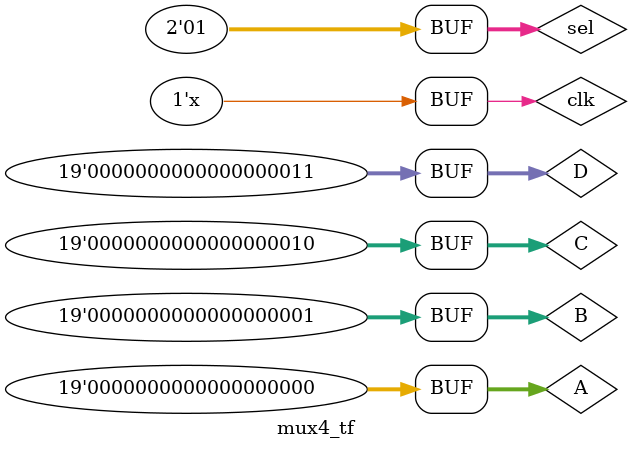
<source format=v>
`timescale 1ns / 1ps


module mux4_tf;

	// Inputs
	reg clk;
	reg [1:0] sel;
	reg [18:0] A;
	reg [18:0] B;
	reg [18:0] C;
	reg [18:0] D;

	// Outputs
	wire [18:0] Y;

	// Instantiate the Unit Under Test (UUT)
	mux4 uut (
		.clk(clk), 
		.sel(sel), 
		.A(A), 
		.B(B), 
		.C(C), 
		.D(D), 
		.Y(Y)
	);
	always #12 clk = !clk;
	initial begin
		// Initialize Inputs
		clk = 0;
		sel = 0;
		A = 0;
		B = 1;
		C = 2;
		D = 3;

		// Wait 100 ns for global reset to finish
		#100;
      sel = 1;
		// Add stimulus here

	end
      
endmodule


</source>
